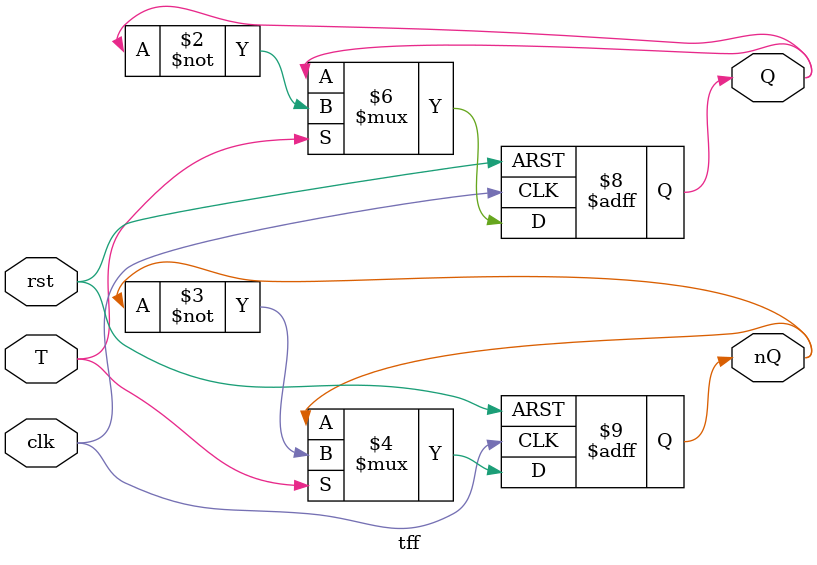
<source format=v>
module tff(output reg Q, nQ, input T, clk, rst);
    always@(negedge clk, negedge rst) begin
        if (rst) begin
            if(T) begin 
                Q<=~Q;
                nQ<=~nQ;
            end
        end
        else begin
            Q<=1'b0;
            nQ<=1'b1;
        end
    end
endmodule
</source>
